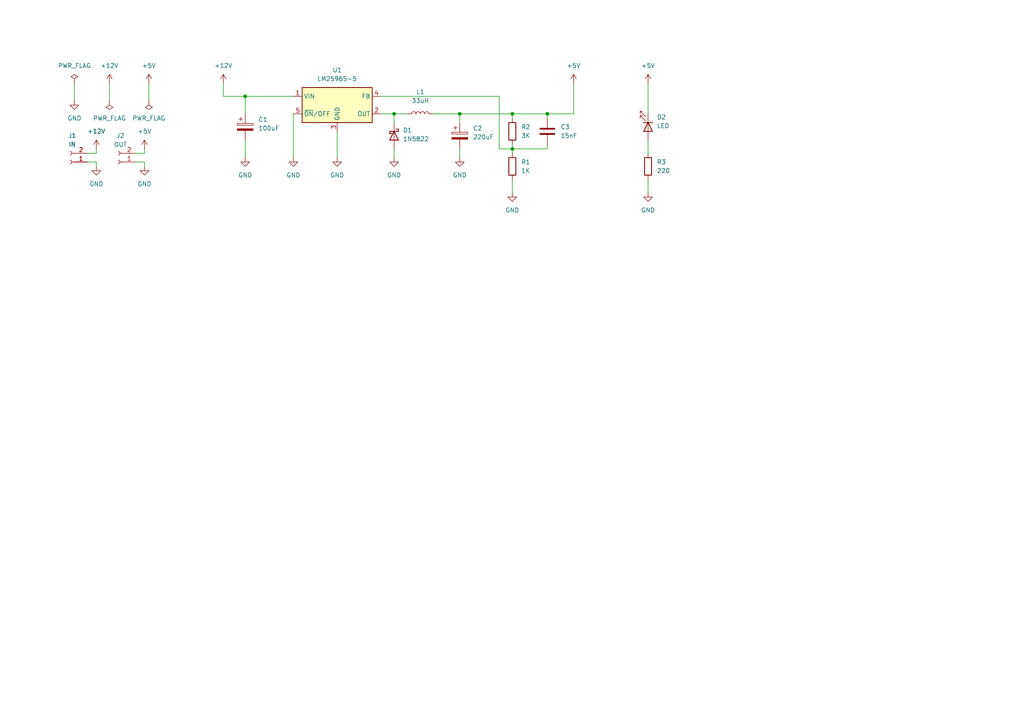
<source format=kicad_sch>
(kicad_sch (version 20211123) (generator eeschema)
  (paper "A4")
  (lib_symbols
    (symbol "Connector:Conn_01x02_Female" (pin_names (offset 1.016) hide)
      (property "Reference" "J" (at 0 2.54 0))
      (property "Value" "Conn_01x02_Female" (at 0 -5.08 0))
      (symbol "Conn_01x02_Female_1_1"
        (arc (start 0 -2.032) (mid -0.508 -2.54) (end 0 -3.048) (stroke (width 0.1524)))
        (polyline (pts (xy -1.27 -2.54) (xy -0.508 -2.54)) (stroke (width 0.1524)))
        (polyline (pts (xy -1.27 0) (xy -0.508 0)) (stroke (width 0.1524)))
        (arc (start 0 0.508) (mid -0.508 0) (end 0 -0.508) (stroke (width 0.1524)))
        (pin passive line (at -5.08 0 0) (length 3.81) (name "Pin_1") (number "1"))
        (pin passive line (at -5.08 -2.54 0) (length 3.81) (name "Pin_2") (number "2"))
      )
    )
    (symbol "Device:C" (pin_numbers hide) (pin_names (offset 0.254))
      (property "Reference" "C" (at 0.635 2.54 0))
      (property "Value" "C" (at 0.635 -2.54 0))
      (symbol "C_0_1"
        (polyline (pts (xy -2.032 -0.762) (xy 2.032 -0.762)) (stroke (width 0.508)))
        (polyline (pts (xy -2.032 0.762) (xy 2.032 0.762)) (stroke (width 0.508)))
      )
      (symbol "C_1_1"
        (pin passive line (at 0 3.81 270) (length 2.794) (name "~") (number "1"))
        (pin passive line (at 0 -3.81 90) (length 2.794) (name "~") (number "2"))
      )
    )
    (symbol "Device:C_Polarized" (pin_numbers hide) (pin_names (offset 0.254))
      (property "Reference" "C" (at 0.635 2.54 0))
      (property "Value" "C_Polarized" (at 0.635 -2.54 0))
      (symbol "C_Polarized_0_1"
        (rectangle (start -2.286 0.508) (end 2.286 1.016))
        (polyline (pts (xy -1.778 2.286) (xy -0.762 2.286)))
        (polyline (pts (xy -1.27 2.794) (xy -1.27 1.778)))
        (rectangle (start 2.286 -0.508) (end -2.286 -1.016) (fill (type outline)))
      )
      (symbol "C_Polarized_1_1"
        (pin passive line (at 0 3.81 270) (length 2.794) (name "~") (number "1"))
        (pin passive line (at 0 -3.81 90) (length 2.794) (name "~") (number "2"))
      )
    )
    (symbol "Device:L" (pin_numbers hide) (pin_names (offset 1.016) hide)
      (property "Reference" "L" (at -1.27 0 90))
      (property "Value" "L" (at 1.905 0 90))
      (symbol "L_0_1"
        (arc (start 0 -2.54) (mid 0.635 -1.905) (end 0 -1.27))
        (arc (start 0 -1.27) (mid 0.635 -0.635) (end 0 0))
        (arc (start 0 0) (mid 0.635 0.635) (end 0 1.27))
        (arc (start 0 1.27) (mid 0.635 1.905) (end 0 2.54))
      )
      (symbol "L_1_1"
        (pin passive line (at 0 3.81 270) (length 1.27) (name "1") (number "1"))
        (pin passive line (at 0 -3.81 90) (length 1.27) (name "2") (number "2"))
      )
    )
    (symbol "Device:LED" (pin_numbers hide) (pin_names (offset 1.016) hide)
      (property "Reference" "D" (at 0 2.54 0))
      (property "Value" "LED" (at 0 -2.54 0))
      (symbol "LED_0_1"
        (polyline (pts (xy -1.27 -1.27) (xy -1.27 1.27)) (stroke (width 0.254)))
        (polyline (pts (xy -1.27 0) (xy 1.27 0)))
        (polyline (pts (xy 1.27 -1.27) (xy 1.27 1.27) (xy -1.27 0) (xy 1.27 -1.27)) (stroke (width 0.254)))
        (polyline (pts (xy -3.048 -0.762) (xy -4.572 -2.286) (xy -3.81 -2.286) (xy -4.572 -2.286) (xy -4.572 -1.524)))
        (polyline (pts (xy -1.778 -0.762) (xy -3.302 -2.286) (xy -2.54 -2.286) (xy -3.302 -2.286) (xy -3.302 -1.524)))
      )
      (symbol "LED_1_1"
        (pin passive line (at -3.81 0 0) (length 2.54) (name "K") (number "1"))
        (pin passive line (at 3.81 0 180) (length 2.54) (name "A") (number "2"))
      )
    )
    (symbol "Device:R" (pin_numbers hide) (pin_names (offset 0))
      (property "Reference" "R" (at 2.032 0 90))
      (property "Value" "R" (at 0 0 90))
      (symbol "R_0_1"
        (rectangle (start -1.016 -2.54) (end 1.016 2.54) (stroke (width 0.254)))
      )
      (symbol "R_1_1"
        (pin passive line (at 0 3.81 270) (length 1.27) (name "~") (number "1"))
        (pin passive line (at 0 -3.81 90) (length 1.27) (name "~") (number "2"))
      )
    )
    (symbol "Diode:1N5822" (pin_numbers hide) (pin_names (offset 1.016) hide)
      (property "Reference" "D" (at 0 2.54 0))
      (property "Value" "1N5822" (at 0 -2.54 0))
      (symbol "1N5822_0_1"
        (polyline (pts (xy 1.27 0) (xy -1.27 0)))
        (polyline (pts (xy 1.27 1.27) (xy 1.27 -1.27) (xy -1.27 0) (xy 1.27 1.27)) (stroke (width 0.254)))
        (polyline (pts (xy -1.905 0.635) (xy -1.905 1.27) (xy -1.27 1.27) (xy -1.27 -1.27) (xy -0.635 -1.27) (xy -0.635 -0.635)) (stroke (width 0.254)))
      )
      (symbol "1N5822_1_1"
        (pin passive line (at -3.81 0 0) (length 2.54) (name "K") (number "1"))
        (pin passive line (at 3.81 0 180) (length 2.54) (name "A") (number "2"))
      )
    )
    (symbol "Regulator_Switching:LM2596S-5"
      (property "Reference" "U" (at -10.16 6.35 0))
      (property "Value" "LM2596S-5" (at 0 6.35 0))
      (symbol "LM2596S-5_0_1"
        (rectangle (start -10.16 5.08) (end 10.16 -5.08) (stroke (width 0.254)) (fill (type background)))
      )
      (symbol "LM2596S-5_1_1"
        (pin power_in line (at -12.7 2.54 0) (length 2.54) (name "VIN") (number "1"))
        (pin output line (at 12.7 -2.54 180) (length 2.54) (name "OUT") (number "2"))
        (pin power_in line (at 0 -7.62 90) (length 2.54) (name "GND") (number "3"))
        (pin input line (at 12.7 2.54 180) (length 2.54) (name "FB") (number "4"))
        (pin input line (at -12.7 -2.54 0) (length 2.54) (name "~{ON}/OFF") (number "5"))
      )
    )
    (symbol "power:+12V" (power) (pin_names (offset 0))
      (property "Value" "+12V" (at 0 3.556 0))
      (symbol "+12V_0_1"
        (polyline (pts (xy -0.762 1.27) (xy 0 2.54)))
        (polyline (pts (xy 0 0) (xy 0 2.54)))
        (polyline (pts (xy 0 2.54) (xy 0.762 1.27)))
      )
      (symbol "+12V_1_1"
        (pin power_in line (at 0 0 90) (length 0) hide (name "+12V") (number "1"))
      )
    )
    (symbol "power:+5V" (power) (pin_names (offset 0))
      (property "Value" "+5V" (at 0 3.556 0))
      (symbol "+5V_0_1"
        (polyline (pts (xy -0.762 1.27) (xy 0 2.54)))
        (polyline (pts (xy 0 0) (xy 0 2.54)))
        (polyline (pts (xy 0 2.54) (xy 0.762 1.27)))
      )
      (symbol "+5V_1_1"
        (pin power_in line (at 0 0 90) (length 0) hide (name "+5V") (number "1"))
      )
    )
    (symbol "power:GND" (power) (pin_names (offset 0))
      (property "Value" "GND" (at 0 -3.81 0))
      (symbol "GND_0_1"
        (polyline (pts (xy 0 0) (xy 0 -1.27) (xy 1.27 -1.27) (xy 0 -2.54) (xy -1.27 -1.27) (xy 0 -1.27)))
      )
      (symbol "GND_1_1"
        (pin power_in line (at 0 0 270) (length 0) hide (name "GND") (number "1"))
      )
    )
    (symbol "power:PWR_FLAG" (power) (pin_numbers hide) (pin_names (offset 0) hide)
      (property "Value" "PWR_FLAG" (at 0 3.81 0))
      (symbol "PWR_FLAG_0_0"
        (pin power_out line (at 0 0 90) (length 0) (name "pwr") (number "1"))
      )
      (symbol "PWR_FLAG_0_1"
        (polyline (pts (xy 0 0) (xy 0 1.27) (xy -1.016 1.905) (xy 0 2.54) (xy 1.016 1.905) (xy 0 1.27)))
      )
    )
  )
  (junction (at 148.59 43.18))
  (junction (at 114.3 33.02))
  (junction (at 148.59 33.02))
  (junction (at 133.35 33.02))
  (junction (at 158.75 33.02))
  (junction (at 71.12 27.94))
  (wire (pts (xy 187.96 24.13) (xy 187.96 33.02)))
  (wire (pts (xy 21.59 29.21) (xy 21.59 24.13)))
  (wire (pts (xy 64.77 27.94) (xy 71.12 27.94)))
  (wire (pts (xy 97.79 38.1) (xy 97.79 45.72)))
  (wire (pts (xy 133.35 33.02) (xy 148.59 33.02)))
  (wire (pts (xy 148.59 43.18) (xy 148.59 44.45)))
  (wire (pts (xy 125.73 33.02) (xy 133.35 33.02)))
  (wire (pts (xy 148.59 33.02) (xy 148.59 34.29)))
  (wire (pts (xy 43.18 24.13) (xy 43.18 29.21)))
  (wire (pts (xy 25.4 44.45) (xy 27.94 44.45)))
  (wire (pts (xy 133.35 43.18) (xy 133.35 45.72)))
  (wire (pts (xy 110.49 27.94) (xy 144.78 27.94)))
  (wire (pts (xy 148.59 43.18) (xy 158.75 43.18)))
  (wire (pts (xy 144.78 43.18) (xy 148.59 43.18)))
  (wire (pts (xy 187.96 40.64) (xy 187.96 44.45)))
  (wire (pts (xy 64.77 24.13) (xy 64.77 27.94)))
  (wire (pts (xy 41.91 46.99) (xy 41.91 48.26)))
  (wire (pts (xy 114.3 43.18) (xy 114.3 45.72)))
  (wire (pts (xy 41.91 44.45) (xy 41.91 43.18)))
  (wire (pts (xy 85.09 33.02) (xy 85.09 45.72)))
  (wire (pts (xy 144.78 27.94) (xy 144.78 43.18)))
  (wire (pts (xy 148.59 41.91) (xy 148.59 43.18)))
  (wire (pts (xy 166.37 33.02) (xy 166.37 24.13)))
  (wire (pts (xy 133.35 33.02) (xy 133.35 35.56)))
  (wire (pts (xy 187.96 52.07) (xy 187.96 55.88)))
  (wire (pts (xy 110.49 33.02) (xy 114.3 33.02)))
  (wire (pts (xy 148.59 33.02) (xy 158.75 33.02)))
  (wire (pts (xy 71.12 27.94) (xy 71.12 33.02)))
  (wire (pts (xy 158.75 33.02) (xy 158.75 34.29)))
  (wire (pts (xy 39.37 46.99) (xy 41.91 46.99)))
  (wire (pts (xy 27.94 44.45) (xy 27.94 43.18)))
  (wire (pts (xy 71.12 27.94) (xy 85.09 27.94)))
  (wire (pts (xy 148.59 52.07) (xy 148.59 55.88)))
  (wire (pts (xy 31.75 24.13) (xy 31.75 29.21)))
  (wire (pts (xy 39.37 44.45) (xy 41.91 44.45)))
  (wire (pts (xy 158.75 33.02) (xy 166.37 33.02)))
  (wire (pts (xy 25.4 46.99) (xy 27.94 46.99)))
  (wire (pts (xy 27.94 46.99) (xy 27.94 48.26)))
  (wire (pts (xy 71.12 40.64) (xy 71.12 45.72)))
  (wire (pts (xy 114.3 33.02) (xy 114.3 35.56)))
  (wire (pts (xy 114.3 33.02) (xy 118.11 33.02)))
  (wire (pts (xy 158.75 43.18) (xy 158.75 41.91)))
  (symbol (lib_id "power:+5V") (at 166.37 24.13 0) (unit 1)
    (property "Reference" "#PWR0107" (effects hide))
    (property "Value" "+5V" (at 166.37 19.05 0))
  )
  (symbol (lib_id "power:GND") (at 27.94 48.26 0) (unit 1)
    (property "Reference" "#PWR0109" (effects hide))
    (property "Value" "GND" (at 27.94 53.34 0))
  )
  (symbol (lib_id "Device:C_Polarized") (at 133.35 39.37 0) (unit 1)
    (property "Reference" "C2" (at 137.16 37.2109 0) (effects (justify left)))
    (property "Value" "220uF" (at 137.16 39.7509 0) (effects (justify left)))
    (property "Footprint" "Capacitor_SMD:CP_Elec_10x10" (effects hide))
  )
  (symbol (lib_id "Device:R") (at 148.59 48.26 0) (unit 1)
    (property "Reference" "R1" (at 151.13 46.9899 0) (effects (justify left)))
    (property "Value" "1K" (at 151.13 49.5299 0) (effects (justify left)))
    (property "Footprint" "Resistor_SMD:R_0805_2012Metric" (effects hide))
  )
  (symbol (lib_id "power:+12V") (at 31.75 24.13 0) (unit 1)
    (property "Reference" "#PWR0102" (effects hide))
    (property "Value" "+12V" (at 31.75 19.05 0))
  )
  (symbol (lib_id "power:+5V") (at 43.18 24.13 0) (unit 1)
    (property "Reference" "#PWR0106" (effects hide))
    (property "Value" "+5V" (at 43.18 19.05 0))
  )
  (symbol (lib_id "power:PWR_FLAG") (at 21.59 24.13 0) (unit 1)
    (property "Reference" "#FLG0102" (effects hide))
    (property "Value" "PWR_FLAG" (at 21.59 19.05 0))
  )
  (symbol (lib_id "power:GND") (at 114.3 45.72 0) (unit 1)
    (property "Reference" "#PWR04" (effects hide))
    (property "Value" "GND" (at 114.3 50.8 0))
  )
  (symbol (lib_id "power:GND") (at 41.91 48.26 0) (unit 1)
    (property "Reference" "#PWR0111" (effects hide))
    (property "Value" "GND" (at 41.91 53.34 0))
  )
  (symbol (lib_id "Device:LED") (at 187.96 36.83 270) (unit 1)
    (property "Reference" "D2" (at 190.5 33.9724 90) (effects (justify left)))
    (property "Value" "LED" (at 190.5 36.5124 90) (effects (justify left)))
    (property "Footprint" "LED_SMD:LED_0805_2012Metric" (effects hide))
  )
  (symbol (lib_id "Connector:Conn_01x02_Female") (at 20.32 46.99 180) (unit 1)
    (property "Reference" "J1" (at 20.955 39.37 0))
    (property "Value" "IN" (at 20.955 41.91 0))
    (property "Footprint" "Connector_Molex:Molex_KK-254_AE-6410-02A_1x02_P2.54mm_Vertical" (effects hide))
  )
  (symbol (lib_id "power:PWR_FLAG") (at 43.18 29.21 180) (unit 1)
    (property "Reference" "#FLG0103" (effects hide))
    (property "Value" "PWR_FLAG" (at 43.18 34.29 0))
  )
  (symbol (lib_id "power:GND") (at 133.35 45.72 0) (unit 1)
    (property "Reference" "#PWR05" (effects hide))
    (property "Value" "GND" (at 133.35 50.8 0))
  )
  (symbol (lib_id "power:GND") (at 21.59 29.21 0) (unit 1)
    (property "Reference" "#PWR0103" (effects hide))
    (property "Value" "GND" (at 21.59 34.29 0))
  )
  (symbol (lib_id "power:+12V") (at 64.77 24.13 0) (unit 1)
    (property "Reference" "#PWR01" (effects hide))
    (property "Value" "+12V" (at 64.77 19.05 0))
  )
  (symbol (lib_id "Device:C") (at 158.75 38.1 0) (unit 1)
    (property "Reference" "C3" (at 162.56 36.8299 0) (effects (justify left)))
    (property "Value" "15nF" (at 162.56 39.3699 0) (effects (justify left)))
    (property "Footprint" "Capacitor_SMD:C_0805_2012Metric" (effects hide))
  )
  (symbol (lib_id "power:GND") (at 71.12 45.72 0) (unit 1)
    (property "Reference" "#PWR02" (effects hide))
    (property "Value" "GND" (at 71.12 50.8 0))
  )
  (symbol (lib_id "power:GND") (at 97.79 45.72 0) (unit 1)
    (property "Reference" "#PWR03" (effects hide))
    (property "Value" "GND" (at 97.79 50.8 0))
  )
  (symbol (lib_id "power:GND") (at 85.09 45.72 0) (unit 1)
    (property "Reference" "#PWR0101" (effects hide))
    (property "Value" "GND" (at 85.09 50.8 0))
  )
  (symbol (lib_id "power:GND") (at 187.96 55.88 0) (unit 1)
    (property "Reference" "#PWR0104" (effects hide))
    (property "Value" "GND" (at 187.96 60.96 0))
  )
  (symbol (lib_id "power:+5V") (at 187.96 24.13 0) (unit 1)
    (property "Reference" "#PWR0105" (effects hide))
    (property "Value" "+5V" (at 187.96 19.05 0))
  )
  (symbol (lib_id "Device:L") (at 121.92 33.02 90) (unit 1)
    (property "Reference" "L1" (at 121.92 26.67 90))
    (property "Value" "33uH" (at 121.92 29.21 90))
    (property "Footprint" "Inductor_SMD:L_10.4x10.4_H4.8" (effects hide))
  )
  (symbol (lib_id "power:+5V") (at 41.91 43.18 0) (unit 1)
    (property "Reference" "#PWR0110" (effects hide))
    (property "Value" "+5V" (at 41.91 38.1 0))
  )
  (symbol (lib_id "Regulator_Switching:LM2596S-5") (at 97.79 30.48 0) (unit 1)
    (property "Reference" "U1" (at 97.79 20.32 0))
    (property "Value" "LM2596S-5" (at 97.79 22.86 0))
    (property "Footprint" "Package_TO_SOT_SMD:TO-263-5_TabPin3" (effects hide))
    (property "Datasheet" "http://www.ti.com/lit/ds/symlink/lm2596.pdf" (effects hide))
  )
  (symbol (lib_id "power:+12V") (at 27.94 43.18 0) (unit 1)
    (property "Reference" "#PWR0108" (effects hide))
    (property "Value" "+12V" (at 27.94 38.1 0))
  )
  (symbol (lib_id "Device:R") (at 148.59 38.1 0) (unit 1)
    (property "Reference" "R2" (at 151.13 36.8299 0) (effects (justify left)))
    (property "Value" "3K" (at 151.13 39.3699 0) (effects (justify left)))
    (property "Footprint" "Resistor_SMD:R_0805_2012Metric" (effects hide))
  )
  (symbol (lib_id "Device:R") (at 187.96 48.26 0) (unit 1)
    (property "Reference" "R3" (at 190.5 46.9899 0) (effects (justify left)))
    (property "Value" "220" (at 190.5 49.5299 0) (effects (justify left)))
    (property "Footprint" "Resistor_SMD:R_0805_2012Metric" (effects hide))
  )
  (symbol (lib_id "Device:C_Polarized") (at 71.12 36.83 0) (unit 1)
    (property "Reference" "C1" (at 74.93 34.6709 0) (effects (justify left)))
    (property "Value" "100uF" (at 74.93 37.2109 0) (effects (justify left)))
    (property "Footprint" "Capacitor_SMD:CP_Elec_10x10" (effects hide))
  )
  (symbol (lib_id "Diode:1N5822") (at 114.3 39.37 270) (unit 1)
    (property "Reference" "D1" (at 116.84 37.7824 90) (effects (justify left)))
    (property "Value" "1N5822" (at 116.84 40.3224 90) (effects (justify left)))
    (property "Footprint" "Diode_SMD:D_MELF" (effects hide))
    (property "Datasheet" "http://www.vishay.com/docs/88526/1n5820.pdf" (effects hide))
  )
  (symbol (lib_id "power:PWR_FLAG") (at 31.75 29.21 180) (unit 1)
    (property "Reference" "#FLG0101" (effects hide))
    (property "Value" "PWR_FLAG" (at 31.75 34.29 0))
  )
  (symbol (lib_id "power:GND") (at 148.59 55.88 0) (unit 1)
    (property "Reference" "#PWR06" (effects hide))
    (property "Value" "GND" (at 148.59 60.96 0))
  )
  (symbol (lib_id "Connector:Conn_01x02_Female") (at 34.29 46.99 180) (unit 1)
    (property "Reference" "J2" (at 34.925 39.37 0))
    (property "Value" "OUT" (at 34.925 41.91 0))
    (property "Footprint" "Connector_Molex:Molex_KK-254_AE-6410-02A_1x02_P2.54mm_Vertical" (effects hide))
  )
)
</source>
